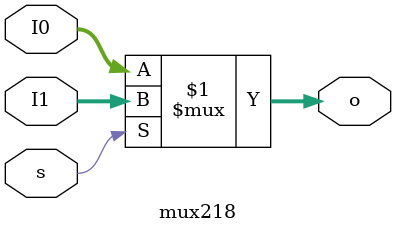
<source format=v>
`timescale 1ns / 1ps


module mux218(
    input [7:0] I0,
    input [7:0] I1,
    input s,
    output [7:0] o
    );
    assign o = s? I1:I0;
endmodule

</source>
